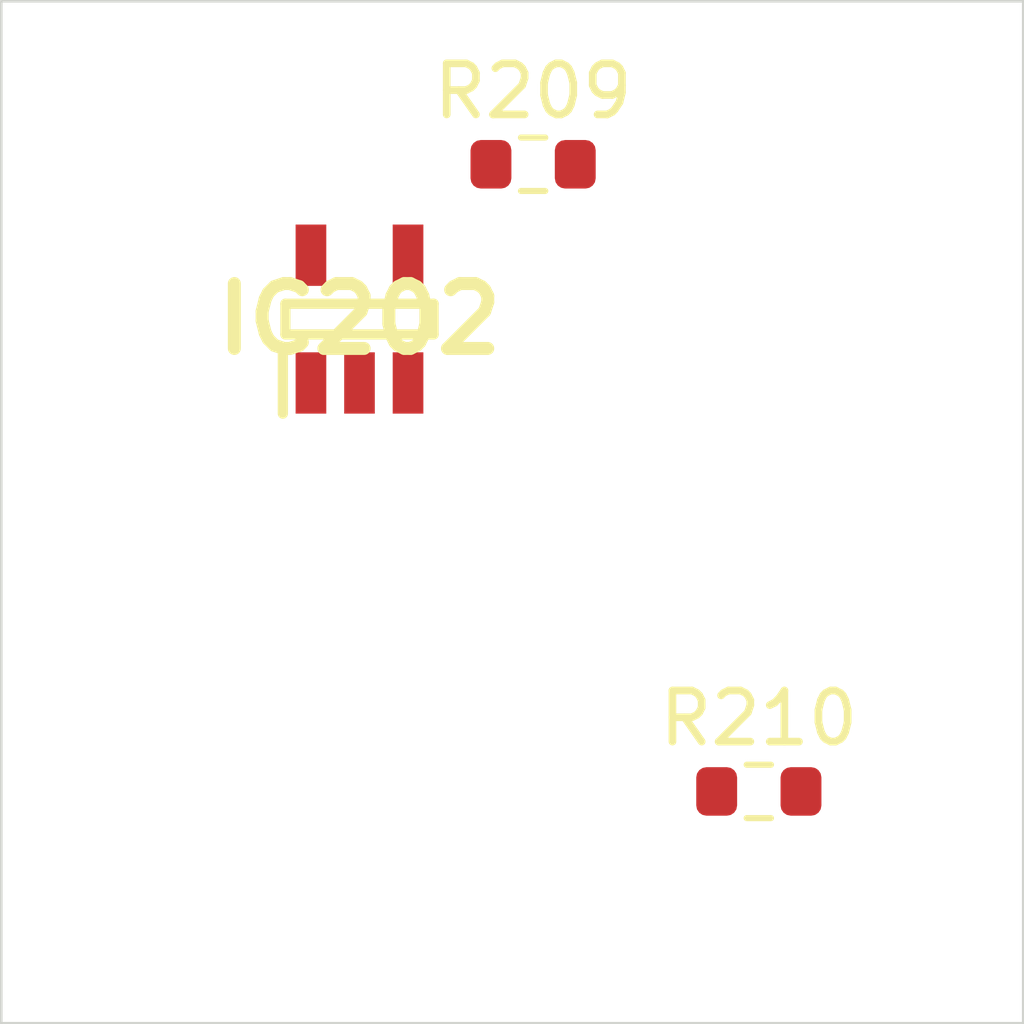
<source format=kicad_pcb>
 ( kicad_pcb  ( version 20171130 )
 ( host pcbnew 5.1.12-84ad8e8a86~92~ubuntu18.04.1 )
 ( general  ( thickness 1.6 )
 ( drawings 4 )
 ( tracks 0 )
 ( zones 0 )
 ( modules 3 )
 ( nets 5 )
)
 ( page A4 )
 ( layers  ( 0 F.Cu signal )
 ( 31 B.Cu signal )
 ( 32 B.Adhes user )
 ( 33 F.Adhes user )
 ( 34 B.Paste user )
 ( 35 F.Paste user )
 ( 36 B.SilkS user )
 ( 37 F.SilkS user )
 ( 38 B.Mask user )
 ( 39 F.Mask user )
 ( 40 Dwgs.User user )
 ( 41 Cmts.User user )
 ( 42 Eco1.User user )
 ( 43 Eco2.User user )
 ( 44 Edge.Cuts user )
 ( 45 Margin user )
 ( 46 B.CrtYd user )
 ( 47 F.CrtYd user )
 ( 48 B.Fab user )
 ( 49 F.Fab user )
)
 ( setup  ( last_trace_width 0.25 )
 ( trace_clearance 0.2 )
 ( zone_clearance 0.508 )
 ( zone_45_only no )
 ( trace_min 0.2 )
 ( via_size 0.8 )
 ( via_drill 0.4 )
 ( via_min_size 0.4 )
 ( via_min_drill 0.3 )
 ( uvia_size 0.3 )
 ( uvia_drill 0.1 )
 ( uvias_allowed no )
 ( uvia_min_size 0.2 )
 ( uvia_min_drill 0.1 )
 ( edge_width 0.05 )
 ( segment_width 0.2 )
 ( pcb_text_width 0.3 )
 ( pcb_text_size 1.5 1.5 )
 ( mod_edge_width 0.12 )
 ( mod_text_size 1 1 )
 ( mod_text_width 0.15 )
 ( pad_size 1.524 1.524 )
 ( pad_drill 0.762 )
 ( pad_to_mask_clearance 0 )
 ( aux_axis_origin 0 0 )
 ( visible_elements FFFFFF7F )
 ( pcbplotparams  ( layerselection 0x010fc_ffffffff )
 ( usegerberextensions false )
 ( usegerberattributes true )
 ( usegerberadvancedattributes true )
 ( creategerberjobfile true )
 ( excludeedgelayer true )
 ( linewidth 0.100000 )
 ( plotframeref false )
 ( viasonmask false )
 ( mode 1 )
 ( useauxorigin false )
 ( hpglpennumber 1 )
 ( hpglpenspeed 20 )
 ( hpglpendiameter 15.000000 )
 ( psnegative false )
 ( psa4output false )
 ( plotreference true )
 ( plotvalue true )
 ( plotinvisibletext false )
 ( padsonsilk false )
 ( subtractmaskfromsilk false )
 ( outputformat 1 )
 ( mirror false )
 ( drillshape 1 )
 ( scaleselection 1 )
 ( outputdirectory "" )
)
)
 ( net 0 "" )
 ( net 1 GND )
 ( net 2 VDDA )
 ( net 3 /Sheet6235D886/vp )
 ( net 4 "Net-(IC202-Pad3)" )
 ( net_class Default "This is the default net class."  ( clearance 0.2 )
 ( trace_width 0.25 )
 ( via_dia 0.8 )
 ( via_drill 0.4 )
 ( uvia_dia 0.3 )
 ( uvia_drill 0.1 )
 ( add_net /Sheet6235D886/vp )
 ( add_net GND )
 ( add_net "Net-(IC202-Pad3)" )
 ( add_net VDDA )
)
 ( module SOT95P280X145-5N locked  ( layer F.Cu )
 ( tedit 62336ED7 )
 ( tstamp 623423ED )
 ( at 87.010600 106.220000 90.000000 )
 ( descr DBV0005A )
 ( tags "Integrated Circuit" )
 ( path /6235D887/6266C08E )
 ( attr smd )
 ( fp_text reference IC202  ( at 0 0 )
 ( layer F.SilkS )
 ( effects  ( font  ( size 1.27 1.27 )
 ( thickness 0.254 )
)
)
)
 ( fp_text value TL071HIDBVR  ( at 0 0 )
 ( layer F.SilkS )
hide  ( effects  ( font  ( size 1.27 1.27 )
 ( thickness 0.254 )
)
)
)
 ( fp_line  ( start -1.85 -1.5 )
 ( end -0.65 -1.5 )
 ( layer F.SilkS )
 ( width 0.2 )
)
 ( fp_line  ( start -0.3 1.45 )
 ( end -0.3 -1.45 )
 ( layer F.SilkS )
 ( width 0.2 )
)
 ( fp_line  ( start 0.3 1.45 )
 ( end -0.3 1.45 )
 ( layer F.SilkS )
 ( width 0.2 )
)
 ( fp_line  ( start 0.3 -1.45 )
 ( end 0.3 1.45 )
 ( layer F.SilkS )
 ( width 0.2 )
)
 ( fp_line  ( start -0.3 -1.45 )
 ( end 0.3 -1.45 )
 ( layer F.SilkS )
 ( width 0.2 )
)
 ( fp_line  ( start -0.8 -0.5 )
 ( end 0.15 -1.45 )
 ( layer Dwgs.User )
 ( width 0.1 )
)
 ( fp_line  ( start -0.8 1.45 )
 ( end -0.8 -1.45 )
 ( layer Dwgs.User )
 ( width 0.1 )
)
 ( fp_line  ( start 0.8 1.45 )
 ( end -0.8 1.45 )
 ( layer Dwgs.User )
 ( width 0.1 )
)
 ( fp_line  ( start 0.8 -1.45 )
 ( end 0.8 1.45 )
 ( layer Dwgs.User )
 ( width 0.1 )
)
 ( fp_line  ( start -0.8 -1.45 )
 ( end 0.8 -1.45 )
 ( layer Dwgs.User )
 ( width 0.1 )
)
 ( fp_line  ( start -2.1 1.775 )
 ( end -2.1 -1.775 )
 ( layer Dwgs.User )
 ( width 0.05 )
)
 ( fp_line  ( start 2.1 1.775 )
 ( end -2.1 1.775 )
 ( layer Dwgs.User )
 ( width 0.05 )
)
 ( fp_line  ( start 2.1 -1.775 )
 ( end 2.1 1.775 )
 ( layer Dwgs.User )
 ( width 0.05 )
)
 ( fp_line  ( start -2.1 -1.775 )
 ( end 2.1 -1.775 )
 ( layer Dwgs.User )
 ( width 0.05 )
)
 ( pad 1 smd rect  ( at -1.25 -0.95 180.000000 )
 ( size 0.6 1.2 )
 ( layers F.Cu F.Mask F.Paste )
 ( net 3 /Sheet6235D886/vp )
)
 ( pad 2 smd rect  ( at -1.25 0 180.000000 )
 ( size 0.6 1.2 )
 ( layers F.Cu F.Mask F.Paste )
 ( net 1 GND )
)
 ( pad 3 smd rect  ( at -1.25 0.95 180.000000 )
 ( size 0.6 1.2 )
 ( layers F.Cu F.Mask F.Paste )
 ( net 4 "Net-(IC202-Pad3)" )
)
 ( pad 4 smd rect  ( at 1.25 0.95 180.000000 )
 ( size 0.6 1.2 )
 ( layers F.Cu F.Mask F.Paste )
 ( net 3 /Sheet6235D886/vp )
)
 ( pad 5 smd rect  ( at 1.25 -0.95 180.000000 )
 ( size 0.6 1.2 )
 ( layers F.Cu F.Mask F.Paste )
 ( net 2 VDDA )
)
)
 ( module Resistor_SMD:R_0603_1608Metric  ( layer F.Cu )
 ( tedit 5F68FEEE )
 ( tstamp 62342595 )
 ( at 90.408400 103.190000 )
 ( descr "Resistor SMD 0603 (1608 Metric), square (rectangular) end terminal, IPC_7351 nominal, (Body size source: IPC-SM-782 page 72, https://www.pcb-3d.com/wordpress/wp-content/uploads/ipc-sm-782a_amendment_1_and_2.pdf), generated with kicad-footprint-generator" )
 ( tags resistor )
 ( path /6235D887/623CDBD9 )
 ( attr smd )
 ( fp_text reference R209  ( at 0 -1.43 )
 ( layer F.SilkS )
 ( effects  ( font  ( size 1 1 )
 ( thickness 0.15 )
)
)
)
 ( fp_text value 100k  ( at 0 1.43 )
 ( layer F.Fab )
 ( effects  ( font  ( size 1 1 )
 ( thickness 0.15 )
)
)
)
 ( fp_line  ( start -0.8 0.4125 )
 ( end -0.8 -0.4125 )
 ( layer F.Fab )
 ( width 0.1 )
)
 ( fp_line  ( start -0.8 -0.4125 )
 ( end 0.8 -0.4125 )
 ( layer F.Fab )
 ( width 0.1 )
)
 ( fp_line  ( start 0.8 -0.4125 )
 ( end 0.8 0.4125 )
 ( layer F.Fab )
 ( width 0.1 )
)
 ( fp_line  ( start 0.8 0.4125 )
 ( end -0.8 0.4125 )
 ( layer F.Fab )
 ( width 0.1 )
)
 ( fp_line  ( start -0.237258 -0.5225 )
 ( end 0.237258 -0.5225 )
 ( layer F.SilkS )
 ( width 0.12 )
)
 ( fp_line  ( start -0.237258 0.5225 )
 ( end 0.237258 0.5225 )
 ( layer F.SilkS )
 ( width 0.12 )
)
 ( fp_line  ( start -1.48 0.73 )
 ( end -1.48 -0.73 )
 ( layer F.CrtYd )
 ( width 0.05 )
)
 ( fp_line  ( start -1.48 -0.73 )
 ( end 1.48 -0.73 )
 ( layer F.CrtYd )
 ( width 0.05 )
)
 ( fp_line  ( start 1.48 -0.73 )
 ( end 1.48 0.73 )
 ( layer F.CrtYd )
 ( width 0.05 )
)
 ( fp_line  ( start 1.48 0.73 )
 ( end -1.48 0.73 )
 ( layer F.CrtYd )
 ( width 0.05 )
)
 ( fp_text user %R  ( at 0 0 )
 ( layer F.Fab )
 ( effects  ( font  ( size 0.4 0.4 )
 ( thickness 0.06 )
)
)
)
 ( pad 1 smd roundrect  ( at -0.825 0 )
 ( size 0.8 0.95 )
 ( layers F.Cu F.Mask F.Paste )
 ( roundrect_rratio 0.25 )
 ( net 2 VDDA )
)
 ( pad 2 smd roundrect  ( at 0.825 0 )
 ( size 0.8 0.95 )
 ( layers F.Cu F.Mask F.Paste )
 ( roundrect_rratio 0.25 )
 ( net 4 "Net-(IC202-Pad3)" )
)
 ( model ${KISYS3DMOD}/Resistor_SMD.3dshapes/R_0603_1608Metric.wrl  ( at  ( xyz 0 0 0 )
)
 ( scale  ( xyz 1 1 1 )
)
 ( rotate  ( xyz 0 0 0 )
)
)
)
 ( module Resistor_SMD:R_0603_1608Metric  ( layer F.Cu )
 ( tedit 5F68FEEE )
 ( tstamp 623425A6 )
 ( at 94.826100 115.464000 )
 ( descr "Resistor SMD 0603 (1608 Metric), square (rectangular) end terminal, IPC_7351 nominal, (Body size source: IPC-SM-782 page 72, https://www.pcb-3d.com/wordpress/wp-content/uploads/ipc-sm-782a_amendment_1_and_2.pdf), generated with kicad-footprint-generator" )
 ( tags resistor )
 ( path /6235D887/623CDBDF )
 ( attr smd )
 ( fp_text reference R210  ( at 0 -1.43 )
 ( layer F.SilkS )
 ( effects  ( font  ( size 1 1 )
 ( thickness 0.15 )
)
)
)
 ( fp_text value 100k  ( at 0 1.43 )
 ( layer F.Fab )
 ( effects  ( font  ( size 1 1 )
 ( thickness 0.15 )
)
)
)
 ( fp_line  ( start 1.48 0.73 )
 ( end -1.48 0.73 )
 ( layer F.CrtYd )
 ( width 0.05 )
)
 ( fp_line  ( start 1.48 -0.73 )
 ( end 1.48 0.73 )
 ( layer F.CrtYd )
 ( width 0.05 )
)
 ( fp_line  ( start -1.48 -0.73 )
 ( end 1.48 -0.73 )
 ( layer F.CrtYd )
 ( width 0.05 )
)
 ( fp_line  ( start -1.48 0.73 )
 ( end -1.48 -0.73 )
 ( layer F.CrtYd )
 ( width 0.05 )
)
 ( fp_line  ( start -0.237258 0.5225 )
 ( end 0.237258 0.5225 )
 ( layer F.SilkS )
 ( width 0.12 )
)
 ( fp_line  ( start -0.237258 -0.5225 )
 ( end 0.237258 -0.5225 )
 ( layer F.SilkS )
 ( width 0.12 )
)
 ( fp_line  ( start 0.8 0.4125 )
 ( end -0.8 0.4125 )
 ( layer F.Fab )
 ( width 0.1 )
)
 ( fp_line  ( start 0.8 -0.4125 )
 ( end 0.8 0.4125 )
 ( layer F.Fab )
 ( width 0.1 )
)
 ( fp_line  ( start -0.8 -0.4125 )
 ( end 0.8 -0.4125 )
 ( layer F.Fab )
 ( width 0.1 )
)
 ( fp_line  ( start -0.8 0.4125 )
 ( end -0.8 -0.4125 )
 ( layer F.Fab )
 ( width 0.1 )
)
 ( fp_text user %R  ( at 0 0 )
 ( layer F.Fab )
 ( effects  ( font  ( size 0.4 0.4 )
 ( thickness 0.06 )
)
)
)
 ( pad 2 smd roundrect  ( at 0.825 0 )
 ( size 0.8 0.95 )
 ( layers F.Cu F.Mask F.Paste )
 ( roundrect_rratio 0.25 )
 ( net 1 GND )
)
 ( pad 1 smd roundrect  ( at -0.825 0 )
 ( size 0.8 0.95 )
 ( layers F.Cu F.Mask F.Paste )
 ( roundrect_rratio 0.25 )
 ( net 4 "Net-(IC202-Pad3)" )
)
 ( model ${KISYS3DMOD}/Resistor_SMD.3dshapes/R_0603_1608Metric.wrl  ( at  ( xyz 0 0 0 )
)
 ( scale  ( xyz 1 1 1 )
)
 ( rotate  ( xyz 0 0 0 )
)
)
)
 ( gr_line  ( start 100 100 )
 ( end 100 120 )
 ( layer Edge.Cuts )
 ( width 0.05 )
 ( tstamp 62E770C4 )
)
 ( gr_line  ( start 80 120 )
 ( end 100 120 )
 ( layer Edge.Cuts )
 ( width 0.05 )
 ( tstamp 62E770C0 )
)
 ( gr_line  ( start 80 100 )
 ( end 100 100 )
 ( layer Edge.Cuts )
 ( width 0.05 )
 ( tstamp 6234110C )
)
 ( gr_line  ( start 80 100 )
 ( end 80 120 )
 ( layer Edge.Cuts )
 ( width 0.05 )
)
)

</source>
